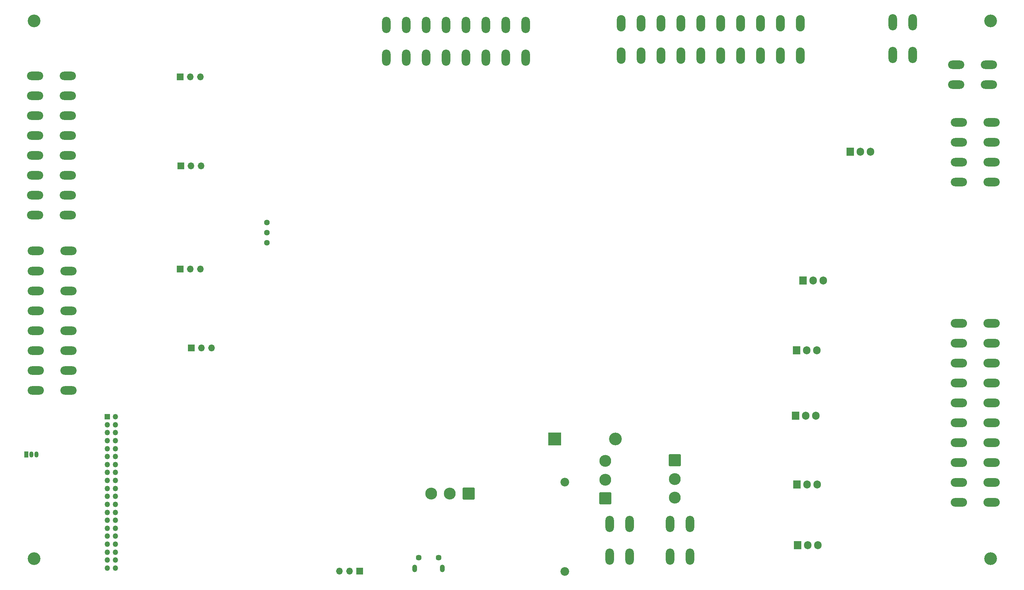
<source format=gbs>
G04 #@! TF.GenerationSoftware,KiCad,Pcbnew,8.0.9*
G04 #@! TF.CreationDate,2025-05-25T13:16:14-05:00*
G04 #@! TF.ProjectId,karca_v2,6b617263-615f-4763-922e-6b696361645f,rev?*
G04 #@! TF.SameCoordinates,Original*
G04 #@! TF.FileFunction,Soldermask,Bot*
G04 #@! TF.FilePolarity,Negative*
%FSLAX46Y46*%
G04 Gerber Fmt 4.6, Leading zero omitted, Abs format (unit mm)*
G04 Created by KiCad (PCBNEW 8.0.9) date 2025-05-25 13:16:14*
%MOMM*%
%LPD*%
G01*
G04 APERTURE LIST*
G04 Aperture macros list*
%AMRoundRect*
0 Rectangle with rounded corners*
0 $1 Rounding radius*
0 $2 $3 $4 $5 $6 $7 $8 $9 X,Y pos of 4 corners*
0 Add a 4 corners polygon primitive as box body*
4,1,4,$2,$3,$4,$5,$6,$7,$8,$9,$2,$3,0*
0 Add four circle primitives for the rounded corners*
1,1,$1+$1,$2,$3*
1,1,$1+$1,$4,$5*
1,1,$1+$1,$6,$7*
1,1,$1+$1,$8,$9*
0 Add four rect primitives between the rounded corners*
20,1,$1+$1,$2,$3,$4,$5,0*
20,1,$1+$1,$4,$5,$6,$7,0*
20,1,$1+$1,$6,$7,$8,$9,0*
20,1,$1+$1,$8,$9,$2,$3,0*%
G04 Aperture macros list end*
%ADD10O,4.064800X2.134400*%
%ADD11O,2.134400X4.064800*%
%ADD12C,2.979000*%
%ADD13RoundRect,0.102000X1.387500X1.387500X-1.387500X1.387500X-1.387500X-1.387500X1.387500X-1.387500X0*%
%ADD14RoundRect,0.102000X1.387500X-1.387500X1.387500X1.387500X-1.387500X1.387500X-1.387500X-1.387500X0*%
%ADD15RoundRect,0.102000X-1.387500X1.387500X-1.387500X-1.387500X1.387500X-1.387500X1.387500X1.387500X0*%
%ADD16O,4.104000X2.154000*%
%ADD17O,2.154000X4.104000*%
%ADD18C,1.450000*%
%ADD19O,1.200000X1.900000*%
%ADD20C,2.184000*%
%ADD21R,1.350000X1.350000*%
%ADD22O,1.350000X1.350000*%
%ADD23C,3.200000*%
%ADD24R,1.700000X1.700000*%
%ADD25O,1.700000X1.700000*%
%ADD26R,3.200000X3.200000*%
%ADD27O,3.200000X3.200000*%
%ADD28C,1.440000*%
%ADD29R,1.905000X2.000000*%
%ADD30O,1.905000X2.000000*%
%ADD31R,1.050000X1.500000*%
%ADD32O,1.050000X1.500000*%
G04 APERTURE END LIST*
D10*
X44520600Y-139142194D03*
X44520600Y-134142194D03*
X44520600Y-129142194D03*
X44520600Y-124142194D03*
X44520600Y-119142194D03*
X44520600Y-114142194D03*
X44520600Y-109142194D03*
X44520600Y-104142194D03*
X36320600Y-139142194D03*
X36320600Y-134142194D03*
X36320600Y-129142194D03*
X36320600Y-124142194D03*
X36320600Y-119142194D03*
X36320600Y-114142194D03*
X36320600Y-109142194D03*
X36320600Y-104142194D03*
X44293400Y-95144600D03*
X44293400Y-90144600D03*
X44293400Y-85144600D03*
X44293400Y-80144600D03*
X44293400Y-75144600D03*
X44293400Y-70144600D03*
X44293400Y-65144600D03*
X44293400Y-60144600D03*
X36093400Y-95144600D03*
X36093400Y-90144600D03*
X36093400Y-85144600D03*
X36093400Y-80144600D03*
X36093400Y-75144600D03*
X36093400Y-70144600D03*
X36093400Y-65144600D03*
X36093400Y-60144600D03*
D11*
X124220000Y-55571000D03*
X129220000Y-55571000D03*
X134220000Y-55571000D03*
X139220000Y-55571000D03*
X144220000Y-55571000D03*
X149220000Y-55571000D03*
X154220000Y-55571000D03*
X159220000Y-55571000D03*
X124220000Y-47371000D03*
X129220000Y-47371000D03*
X134220000Y-47371000D03*
X139220000Y-47371000D03*
X144220000Y-47371000D03*
X149220000Y-47371000D03*
X154220000Y-47371000D03*
X159220000Y-47371000D03*
D12*
X140207000Y-165100000D03*
D13*
X144907000Y-165100000D03*
D12*
X135507000Y-165100000D03*
X179244800Y-161549400D03*
D14*
X179244800Y-166249400D03*
D12*
X179244800Y-156849400D03*
X196645000Y-161387400D03*
D15*
X196645000Y-156687400D03*
D12*
X196645000Y-166087400D03*
D10*
X267263000Y-57340784D03*
X267263000Y-62340784D03*
X275463000Y-57340784D03*
X275463000Y-62340784D03*
X276124800Y-71822607D03*
X267924800Y-76822607D03*
X267924800Y-81822607D03*
X267924800Y-86822607D03*
X267924800Y-71822607D03*
X276124800Y-76822607D03*
X276124800Y-81822607D03*
X276124800Y-86822607D03*
D16*
X267948800Y-122298400D03*
X267948800Y-127298400D03*
X267948800Y-132298400D03*
X267948800Y-137298400D03*
X267948800Y-142298400D03*
X267948800Y-147298400D03*
X267948800Y-152298400D03*
X267948800Y-157298400D03*
X267948800Y-162298400D03*
X267948800Y-167298400D03*
X276148800Y-122298400D03*
X276148800Y-127298400D03*
X276148800Y-132298400D03*
X276148800Y-137298400D03*
X276148800Y-142298400D03*
X276148800Y-147298400D03*
X276148800Y-152298400D03*
X276148800Y-157298400D03*
X276148800Y-162298400D03*
X276148800Y-167298400D03*
D17*
X183163200Y-55113800D03*
X188163200Y-55113800D03*
X193163200Y-55113800D03*
X198163200Y-55113800D03*
X203163200Y-55113800D03*
X208163200Y-55113800D03*
X213163200Y-55113800D03*
X218163200Y-55113800D03*
X223163200Y-55113800D03*
X228163200Y-55113800D03*
X183163200Y-46913800D03*
X188163200Y-46913800D03*
X193163200Y-46913800D03*
X198163200Y-46913800D03*
X203163200Y-46913800D03*
X208163200Y-46913800D03*
X213163200Y-46913800D03*
X218163200Y-46913800D03*
X223163200Y-46913800D03*
X228163200Y-46913800D03*
D18*
X132348600Y-181163500D03*
X137348600Y-181163500D03*
D19*
X131348600Y-183863500D03*
X138348600Y-183863500D03*
D11*
X185318000Y-172703400D03*
X180318000Y-172703400D03*
X185318000Y-180903400D03*
X180318000Y-180903400D03*
X200427200Y-172703400D03*
X195427200Y-172703400D03*
X200427200Y-180903400D03*
X195427200Y-180903400D03*
D20*
X169084800Y-184654800D03*
X169084800Y-162154800D03*
D11*
X251371384Y-54883800D03*
X256371384Y-54883800D03*
X251371384Y-46683800D03*
X256371384Y-46683800D03*
D21*
X54235600Y-145765000D03*
D22*
X56235600Y-145765000D03*
X54235600Y-147765000D03*
X56235600Y-147765000D03*
X54235600Y-149765000D03*
X56235600Y-149765000D03*
X54235600Y-151765000D03*
X56235600Y-151765000D03*
X54235600Y-153765000D03*
X56235600Y-153765000D03*
X54235600Y-155765000D03*
X56235600Y-155765000D03*
X54235600Y-157765000D03*
X56235600Y-157765000D03*
X54235600Y-159765000D03*
X56235600Y-159765000D03*
X54235600Y-161765000D03*
X56235600Y-161765000D03*
X54235600Y-163765000D03*
X56235600Y-163765000D03*
X54235600Y-165765000D03*
X56235600Y-165765000D03*
X54235600Y-167765000D03*
X56235600Y-167765000D03*
X54235600Y-169765000D03*
X56235600Y-169765000D03*
X54235600Y-171765000D03*
X56235600Y-171765000D03*
X54235600Y-173765000D03*
X56235600Y-173765000D03*
X54235600Y-175765000D03*
X56235600Y-175765000D03*
X54235600Y-177765000D03*
X56235600Y-177765000D03*
X54235600Y-179765000D03*
X56235600Y-179765000D03*
X54235600Y-181765000D03*
X56235600Y-181765000D03*
X54235600Y-183765000D03*
X56235600Y-183765000D03*
D23*
X275886400Y-181385200D03*
X275886400Y-46385200D03*
D24*
X117602000Y-184531000D03*
D25*
X115062000Y-184531000D03*
X112522000Y-184531000D03*
D26*
X166544800Y-151332200D03*
D27*
X181784800Y-151332200D03*
D24*
X72517000Y-60452000D03*
D25*
X75057000Y-60452000D03*
X77597000Y-60452000D03*
D28*
X94314400Y-96988600D03*
X94314400Y-99528600D03*
X94314400Y-102068600D03*
D29*
X240665000Y-79177000D03*
D30*
X243205000Y-79177000D03*
X245745000Y-79177000D03*
D29*
X228854000Y-111562000D03*
D30*
X231394000Y-111562000D03*
X233934000Y-111562000D03*
D24*
X75285600Y-128524000D03*
D25*
X77825600Y-128524000D03*
X80365600Y-128524000D03*
D29*
X227330000Y-162743000D03*
D30*
X229870000Y-162743000D03*
X232410000Y-162743000D03*
D24*
X72549000Y-108712000D03*
D25*
X75089000Y-108712000D03*
X77629000Y-108712000D03*
D29*
X227203000Y-129088000D03*
D30*
X229743000Y-129088000D03*
X232283000Y-129088000D03*
D31*
X33959800Y-155223800D03*
D32*
X35229800Y-155223800D03*
X36499800Y-155223800D03*
D24*
X72676000Y-82804000D03*
D25*
X75216000Y-82804000D03*
X77756000Y-82804000D03*
D29*
X227457000Y-177983000D03*
D30*
X229997000Y-177983000D03*
X232537000Y-177983000D03*
D23*
X35886400Y-181385200D03*
D29*
X226949000Y-145471000D03*
D30*
X229489000Y-145471000D03*
X232029000Y-145471000D03*
D23*
X35886400Y-46385200D03*
M02*

</source>
